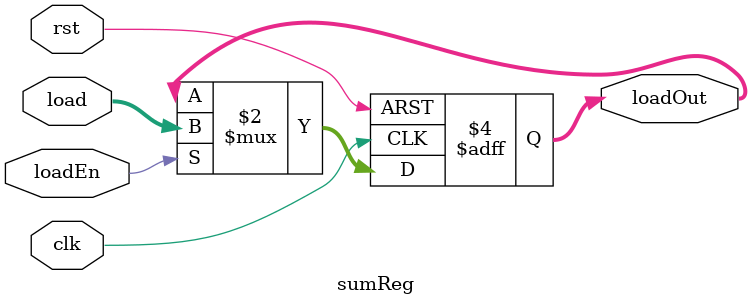
<source format=v>
module Nreg (input [7:0] load, input loadEn, clk, rst, output reg [7:0] loadOut);

	always @(posedge clk or posedge rst) begin
	
		if (rst) loadOut <= 8'b00000000;

		else if (loadEn) loadOut <= load;
	end
	
endmodule


module sumReg (input [15:0] load, input loadEn, clk, rst, output reg [15:0] loadOut);

	always @(posedge clk or posedge rst) begin
	
		if (rst) loadOut <= 16'b0000000000000000;
		else if (loadEn) loadOut <= load;
	end


endmodule


</source>
